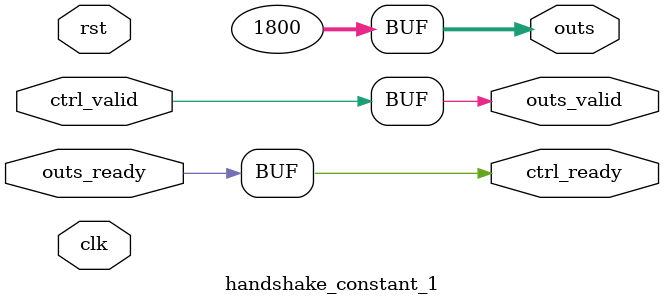
<source format=v>
`timescale 1ns / 1ps
module handshake_constant_1 #(
  parameter DATA_WIDTH = 32  // Default set to 32 bits
) (
  input                       clk,
  input                       rst,
  // Input Channel
  input                       ctrl_valid,
  output                      ctrl_ready,
  // Output Channel
  output [DATA_WIDTH - 1 : 0] outs,
  output                      outs_valid,
  input                       outs_ready
);
  assign outs       = 12'b011100001000;
  assign outs_valid = ctrl_valid;
  assign ctrl_ready = outs_ready;

endmodule

</source>
